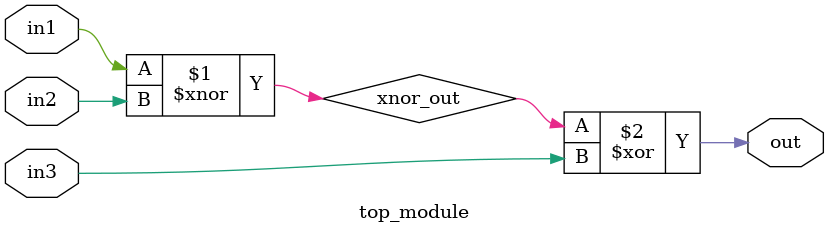
<source format=sv>
module top_module (
    input in1,
    input in2,
    input in3,
    output logic out
);
    wire xnor_out;

    // XNOR gate
    assign xnor_out = in1 ~^ in2;

    // XOR gate
    assign out = xnor_out ^ in3;

endmodule

</source>
